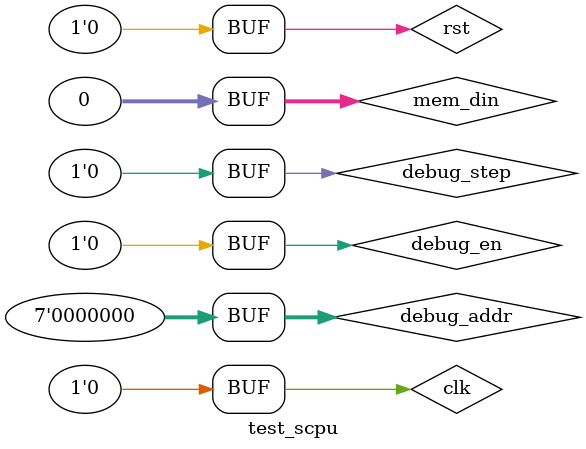
<source format=v>
`timescale 1ns / 1ps


module test_scpu;

	// Inputs
	reg clk;
	reg rst;
	reg debug_en;
	reg debug_step;
	reg [6:0] debug_addr;
	reg [31:0] inst_data;
	reg [31:0] mem_din;

	// Outputs
	wire [31:0] debug_data;
	wire inst_ren;
	wire [31:0] inst_addr;
	wire mem_ren;
	wire mem_wen;
	wire [31:0] mem_addr;
	wire [31:0] mem_dout;

	// Instantiate the Unit Under Test (UUT)
	SCPU uut (
		.clk(clk), 
		.rst(rst), 
		.debug_en(debug_en), 
		.debug_step(debug_step), 
		.debug_addr(debug_addr), 
		.debug_data(debug_data), 
		.inst_ren(inst_ren), 
		.inst_addr(inst_addr), 
		.inst_data(inst_data), 
		.mem_ren(mem_ren), 
		.mem_wen(mem_wen), 
		.mem_addr(mem_addr), 
		.mem_dout(mem_dout), 
		.mem_din(mem_din)
	);
	reg [31:0] insts [0:37];
	initial begin
		// Initialize Inputs
		clk = 0;
		rst = 1;
		debug_en = 0;
		debug_step = 0;
		debug_addr = 0;
		inst_data = 0;
		mem_din = 0;
		#100;
		rst = 0;
		// Wait 100 ns for global reset to finish
		insts[0] = 32'h8C010014;
		insts[1] = 32'h8C020018;
		insts[2] = 32'h00411820;
		insts[3] = 32'h00612022;
		insts[4] = 32'h00612824;
		insts[5] = 32'h00613025;
		insts[6] = 32'h20660004;
		insts[7] = 32'h00013820;
		insts[8] = 32'h8CE80000;
		insts[9] = 32'hACE80008;
		insts[10] = 32'h8CE90008;
		insts[11] = 32'hAD270000;
		insts[12] = 32'h8D2A0000;
		insts[13] = 32'h00215820;
		insts[14] = 32'h002A5020;
		insts[15] = 32'h00225020;
		insts[16] = 32'h114B0002;
		insts[17] = 32'h8CE10008;
		insts[18] = 32'h8C020018;
		insts[19] = 32'h00411820;
		insts[20] = 32'h00612022;
		insts[21] = 32'h20940001;
		insts[22] = 32'h34948000;
		insts[23] = 32'h14220001;
		insts[24] = 32'h8C010014;
		insts[25] = 32'h8C020018;
		insts[26] = 32'h00411820;
		insts[27] = 32'h00612022;
		insts[28] = 32'h0C000021;
		insts[29] = 32'h00012882;
		insts[30] = 32'h3C051111;
		insts[31] = 32'h20A68000;
		insts[32] = 32'h08000000;
		insts[33] = 32'h0022182A;
		insts[34] = 32'h28648000;
		insts[35] = 32'h30C50011;
		insts[36] = 32'h03E00008;
		#100;
	end
   always begin
		clk = 1;
		#20;
		clk = 0;
		#20;
	end
	always @(posedge clk) begin
			if(clk)begin
				inst_data = insts[inst_addr / 4];
			end
			else begin
				inst_data = inst_data;
			end
	end
endmodule


</source>
